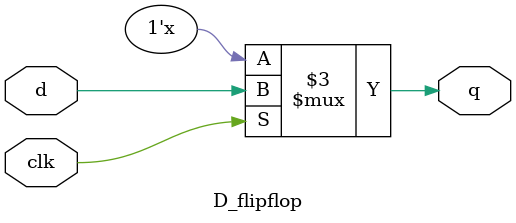
<source format=v>
module D_flipflop(d,clk,q);
  
  input d;
  input clk;

  output q;

  reg q;

  always @(d or clk) 
    if (clk) 
      q = d;
    
endmodule
  
</source>
